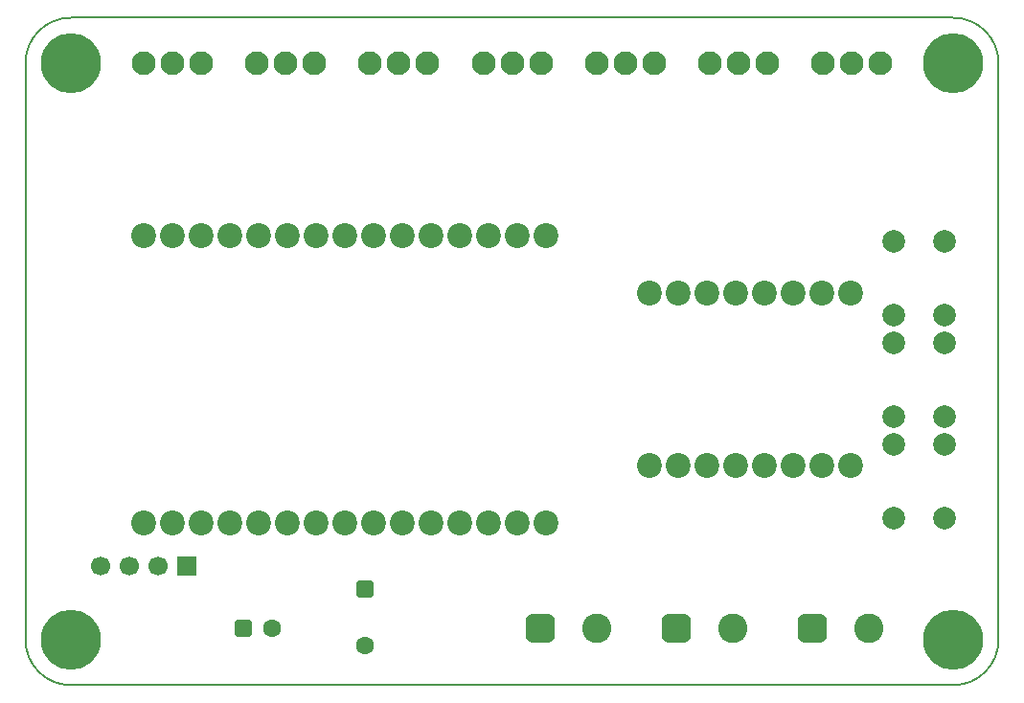
<source format=gts>
G04*
G04 #@! TF.GenerationSoftware,Altium Limited,Altium Designer,24.4.1 (13)*
G04*
G04 Layer_Color=8388736*
%FSLAX44Y44*%
%MOMM*%
G71*
G04*
G04 #@! TF.SameCoordinates,63E37870-44FF-48FD-8248-C193DD5CA91D*
G04*
G04*
G04 #@! TF.FilePolarity,Negative*
G04*
G01*
G75*
%ADD10C,0.2000*%
%ADD14C,2.1000*%
%ADD15C,1.7000*%
%ADD16R,1.7000X1.7000*%
%ADD17C,1.6000*%
G04:AMPARAMS|DCode=18|XSize=1.6mm|YSize=1.6mm|CornerRadius=0.425mm|HoleSize=0mm|Usage=FLASHONLY|Rotation=180.000|XOffset=0mm|YOffset=0mm|HoleType=Round|Shape=RoundedRectangle|*
%AMROUNDEDRECTD18*
21,1,1.6000,0.7500,0,0,180.0*
21,1,0.7500,1.6000,0,0,180.0*
1,1,0.8500,-0.3750,0.3750*
1,1,0.8500,0.3750,0.3750*
1,1,0.8500,0.3750,-0.3750*
1,1,0.8500,-0.3750,-0.3750*
%
%ADD18ROUNDEDRECTD18*%
G04:AMPARAMS|DCode=19|XSize=1.6mm|YSize=1.6mm|CornerRadius=0.425mm|HoleSize=0mm|Usage=FLASHONLY|Rotation=90.000|XOffset=0mm|YOffset=0mm|HoleType=Round|Shape=RoundedRectangle|*
%AMROUNDEDRECTD19*
21,1,1.6000,0.7500,0,0,90.0*
21,1,0.7500,1.6000,0,0,90.0*
1,1,0.8500,0.3750,0.3750*
1,1,0.8500,0.3750,-0.3750*
1,1,0.8500,-0.3750,-0.3750*
1,1,0.8500,-0.3750,0.3750*
%
%ADD19ROUNDEDRECTD19*%
%ADD20C,2.6000*%
G04:AMPARAMS|DCode=21|XSize=2.6mm|YSize=2.6mm|CornerRadius=0.675mm|HoleSize=0mm|Usage=FLASHONLY|Rotation=0.000|XOffset=0mm|YOffset=0mm|HoleType=Round|Shape=RoundedRectangle|*
%AMROUNDEDRECTD21*
21,1,2.6000,1.2500,0,0,0.0*
21,1,1.2500,2.6000,0,0,0.0*
1,1,1.3500,0.6250,-0.6250*
1,1,1.3500,-0.6250,-0.6250*
1,1,1.3500,-0.6250,0.6250*
1,1,1.3500,0.6250,0.6250*
%
%ADD21ROUNDEDRECTD21*%
%ADD22C,2.0000*%
%ADD23C,2.2000*%
%ADD24C,5.3000*%
D10*
X1895856Y1164458D02*
G03*
X1935856Y1124458I40000J0D01*
G01*
Y1714458D02*
G03*
X1895856Y1674458I0J-40000D01*
G01*
X2755856D02*
G03*
X2715856Y1714458I-40000J0D01*
G01*
Y1124458D02*
G03*
X2755856Y1164458I0J40000D01*
G01*
X1935856Y1714458D02*
X2715856Y1714458D01*
X1935856Y1124458D02*
X2715856Y1124458D01*
X1895856Y1674458D02*
X1895856Y1164458D01*
X2755856Y1674458D02*
X2755856Y1164458D01*
D14*
X2000456Y1674458D02*
D03*
X2025856D02*
D03*
X2051256D02*
D03*
X2100456D02*
D03*
X2125856D02*
D03*
X2151256D02*
D03*
X2200456D02*
D03*
X2225856D02*
D03*
X2251256D02*
D03*
X2300456D02*
D03*
X2325856D02*
D03*
X2351256D02*
D03*
X2400456D02*
D03*
X2425856D02*
D03*
X2451256D02*
D03*
X2500456Y1674458D02*
D03*
X2525856D02*
D03*
X2551256D02*
D03*
X2600456Y1674458D02*
D03*
X2625856D02*
D03*
X2651256D02*
D03*
D15*
X2013256Y1229458D02*
D03*
X1987856D02*
D03*
X1962456D02*
D03*
D16*
X2038656D02*
D03*
D17*
X2113356Y1174458D02*
D03*
X2195856Y1159458D02*
D03*
D18*
X2088356Y1174458D02*
D03*
D19*
X2195856Y1209458D02*
D03*
D20*
X2640856Y1174458D02*
D03*
X2520856Y1174458D02*
D03*
X2400856Y1174458D02*
D03*
D21*
X2590856D02*
D03*
X2470856Y1174458D02*
D03*
X2350856Y1174458D02*
D03*
D22*
X2663356Y1271958D02*
D03*
X2708356D02*
D03*
X2663356Y1336958D02*
D03*
X2708356D02*
D03*
X2663356Y1361958D02*
D03*
X2708356D02*
D03*
X2663356Y1426958D02*
D03*
X2708356D02*
D03*
X2663356Y1451958D02*
D03*
X2708356D02*
D03*
X2663356Y1516958D02*
D03*
X2708356D02*
D03*
D23*
X2624756Y1470658D02*
D03*
X2523156D02*
D03*
X2624756Y1318258D02*
D03*
X2599356D02*
D03*
X2573956D02*
D03*
X2548556D02*
D03*
X2523156D02*
D03*
X2497756D02*
D03*
X2472356D02*
D03*
X2446956D02*
D03*
X2599356Y1470658D02*
D03*
X2497756D02*
D03*
X2472356D02*
D03*
X2446956D02*
D03*
X2548556D02*
D03*
X2573956D02*
D03*
X2000556Y1267458D02*
D03*
X2025956D02*
D03*
X2051356D02*
D03*
X2076756D02*
D03*
X2102156D02*
D03*
X2127556D02*
D03*
X2152956D02*
D03*
X2178356D02*
D03*
X2203756D02*
D03*
X2229156D02*
D03*
X2254556D02*
D03*
X2279956D02*
D03*
X2305356D02*
D03*
X2330756D02*
D03*
X2356156D02*
D03*
X2000556Y1521458D02*
D03*
X2025956D02*
D03*
X2076756D02*
D03*
X2152956D02*
D03*
X2178356D02*
D03*
X2203756D02*
D03*
X2229156D02*
D03*
X2254556D02*
D03*
X2279956D02*
D03*
X2305356D02*
D03*
X2330756D02*
D03*
X2356156D02*
D03*
X2127556D02*
D03*
X2102156D02*
D03*
X2051356D02*
D03*
D24*
X2715856Y1164458D02*
D03*
Y1674458D02*
D03*
X1935856Y1164458D02*
D03*
Y1674458D02*
D03*
M02*

</source>
